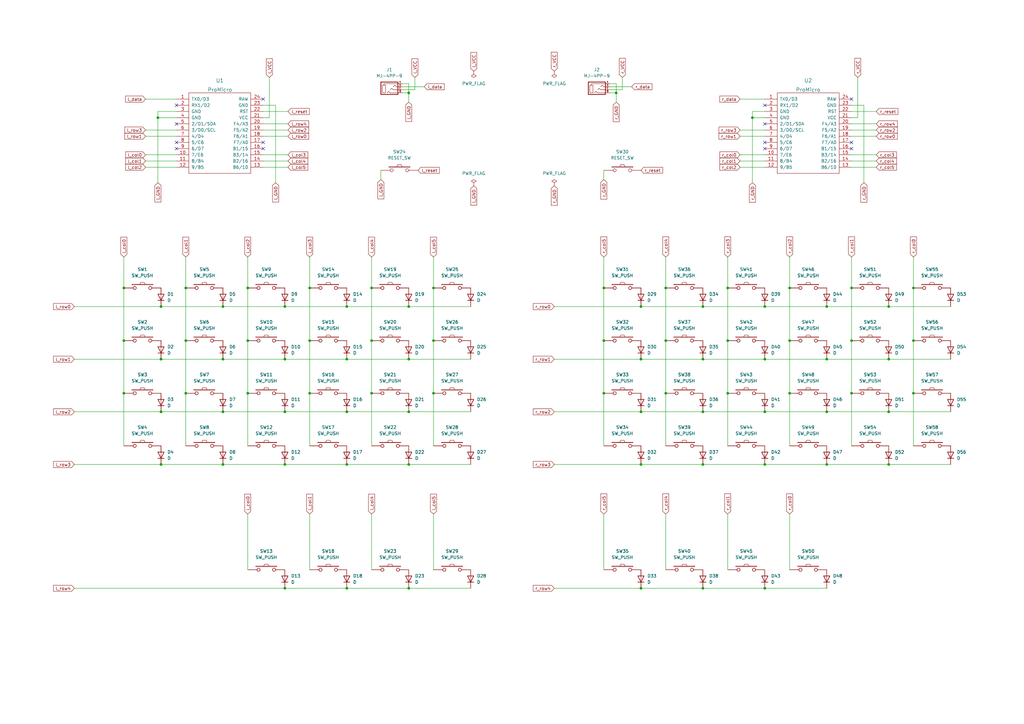
<source format=kicad_sch>
(kicad_sch (version 20230121) (generator eeschema)
  (paper "A3")
  (lib_symbols
    (symbol "Device:D" (pin_numbers hide) (pin_names (offset 1.016) hide)
      (property "Reference" "D" (at 0 2.54 0))
      (property "Value" "D" (at 0 -2.54 0))
      (symbol "D_0_1"
        (polyline (pts (xy -1.27 1.27) (xy -1.27 -1.27)) (stroke (width 0.254)))
        (polyline (pts (xy 1.27 0) (xy -1.27 0)))
        (polyline (pts (xy 1.27 1.27) (xy 1.27 -1.27) (xy -1.27 0) (xy 1.27 1.27)) (stroke (width 0.254)))
      )
      (symbol "D_1_1"
        (pin passive line (at -3.81 0 0) (length 2.54) (name "K") (number "1"))
        (pin passive line (at 3.81 0 180) (length 2.54) (name "A") (number "2"))
      )
    )
    (symbol "kbd:MJ-4PP-9" (pin_names (offset 1.016))
      (property "Reference" "J" (at 0 3.81 0))
      (property "Value" "MJ-4PP-9" (at 0 -3.81 0))
      (symbol "MJ-4PP-9_0_1"
        (rectangle (start -1.905 -1.905) (end -3.175 1.27))
        (polyline (pts (xy -2.54 1.27) (xy -2.54 1.905) (xy 3.175 1.905)))
        (polyline (pts (xy -1.27 -1.905) (xy -0.635 -1.27) (xy 0 -1.905) (xy 3.175 -1.905)))
        (polyline (pts (xy 0 -0.635) (xy 0.635 0) (xy 1.27 -0.635) (xy 3.175 -0.635)))
        (polyline (pts (xy 1.27 0.635) (xy 1.905 1.27) (xy 2.54 0.635) (xy 3.175 0.635)))
        (rectangle (start 3.175 2.54) (end -3.81 -2.54) (stroke (width 0.3048)))
      )
      (symbol "MJ-4PP-9_1_1"
        (pin input line (at 5.08 1.905 180) (length 2.0066) (name "~") (number "A"))
        (pin input line (at 5.08 -1.905 180) (length 2.0066) (name "~") (number "B"))
        (pin input line (at 5.08 -0.635 180) (length 2.0066) (name "~") (number "C"))
        (pin input line (at 5.08 0.635 180) (length 2.0066) (name "~") (number "D"))
      )
    )
    (symbol "kbd:ProMicro" (pin_names (offset 1.016))
      (property "Reference" "U" (at 0 19.05 0))
      (property "Value" "ProMicro" (at 0 -19.05 0))
      (symbol "ProMicro_0_1"
        (rectangle (start -12.7 16.51) (end 12.7 -16.51))
      )
      (symbol "ProMicro_1_1"
        (pin bidirectional line (at -17.78 13.97 0) (length 5.08) (name "TX0/D3") (number "1"))
        (pin bidirectional line (at -17.78 -8.89 0) (length 5.08) (name "7/E6") (number "10"))
        (pin bidirectional line (at -17.78 -11.43 0) (length 5.08) (name "8/B4") (number "11"))
        (pin bidirectional line (at -17.78 -13.97 0) (length 5.08) (name "9/B5") (number "12"))
        (pin bidirectional line (at 17.78 -13.97 180) (length 5.08) (name "B6/10") (number "13"))
        (pin bidirectional line (at 17.78 -11.43 180) (length 5.08) (name "B2/16") (number "14"))
        (pin bidirectional line (at 17.78 -8.89 180) (length 5.08) (name "B3/14") (number "15"))
        (pin bidirectional line (at 17.78 -6.35 180) (length 5.08) (name "B1/15") (number "16"))
        (pin bidirectional line (at 17.78 -3.81 180) (length 5.08) (name "F7/A0") (number "17"))
        (pin bidirectional line (at 17.78 -1.27 180) (length 5.08) (name "F6/A1") (number "18"))
        (pin bidirectional line (at 17.78 1.27 180) (length 5.08) (name "F5/A2") (number "19"))
        (pin bidirectional line (at -17.78 11.43 0) (length 5.08) (name "RX1/D2") (number "2"))
        (pin bidirectional line (at 17.78 3.81 180) (length 5.08) (name "F4/A3") (number "20"))
        (pin power_in line (at 17.78 6.35 180) (length 5.08) (name "VCC") (number "21"))
        (pin input line (at 17.78 8.89 180) (length 5.08) (name "RST") (number "22"))
        (pin power_in line (at 17.78 11.43 180) (length 5.08) (name "GND") (number "23"))
        (pin power_out line (at 17.78 13.97 180) (length 5.08) (name "RAW") (number "24"))
        (pin power_in line (at -17.78 8.89 0) (length 5.08) (name "GND") (number "3"))
        (pin power_in line (at -17.78 6.35 0) (length 5.08) (name "GND") (number "4"))
        (pin bidirectional line (at -17.78 3.81 0) (length 5.08) (name "2/D1/SDA") (number "5"))
        (pin bidirectional line (at -17.78 1.27 0) (length 5.08) (name "3/D0/SCL") (number "6"))
        (pin bidirectional line (at -17.78 -1.27 0) (length 5.08) (name "4/D4") (number "7"))
        (pin bidirectional line (at -17.78 -3.81 0) (length 5.08) (name "5/C6") (number "8"))
        (pin bidirectional line (at -17.78 -6.35 0) (length 5.08) (name "6/D7") (number "9"))
      )
    )
    (symbol "kbd:SW_PUSH" (pin_numbers hide) (pin_names (offset 1.016) hide)
      (property "Reference" "SW" (at 3.81 2.794 0))
      (property "Value" "SW_PUSH" (at 0 -2.032 0))
      (symbol "SW_PUSH_0_1"
        (rectangle (start -4.318 1.27) (end 4.318 1.524))
        (polyline (pts (xy -1.016 1.524) (xy -0.762 2.286) (xy 0.762 2.286) (xy 1.016 1.524)))
        (pin passive inverted (at -7.62 0 0) (length 5.08) (name "1") (number "1"))
        (pin passive inverted (at 7.62 0 180) (length 5.08) (name "2") (number "2"))
      )
    )
    (symbol "power:PWR_FLAG" (power) (pin_numbers hide) (pin_names (offset 0) hide)
      (property "Value" "PWR_FLAG" (at 0 3.81 0))
      (symbol "PWR_FLAG_0_0"
        (pin power_out line (at 0 0 90) (length 0) (name "pwr") (number "1"))
      )
      (symbol "PWR_FLAG_0_1"
        (polyline (pts (xy 0 0) (xy 0 1.27) (xy -1.016 1.905) (xy 0 2.54) (xy 1.016 1.905) (xy 0 1.27)))
      )
    )
  )
  (junction (at 349.25 118.11))
  (junction (at 177.8 139.7))
  (junction (at 152.4 139.7))
  (junction (at 288.29 147.32))
  (junction (at 116.84 147.32))
  (junction (at 101.6 161.29))
  (junction (at 177.8 161.29))
  (junction (at 364.49 190.5))
  (junction (at 152.4 161.29))
  (junction (at 66.04 190.5))
  (junction (at 127 118.11))
  (junction (at 101.6 118.11))
  (junction (at 50.8 139.7))
  (junction (at 313.69 241.3))
  (junction (at 127 161.29))
  (junction (at 76.2 118.11))
  (junction (at 247.65 118.11))
  (junction (at 142.24 241.3))
  (junction (at 247.65 161.29))
  (junction (at 76.2 139.7))
  (junction (at 262.89 241.3))
  (junction (at 374.65 118.11))
  (junction (at 298.45 161.29))
  (junction (at 91.44 168.91))
  (junction (at 374.65 139.7))
  (junction (at 364.49 125.73))
  (junction (at 364.49 147.32))
  (junction (at 142.24 147.32))
  (junction (at 91.44 190.5))
  (junction (at 177.8 118.11))
  (junction (at 339.09 147.32))
  (junction (at 349.25 161.29))
  (junction (at 298.45 118.11))
  (junction (at 116.84 241.3))
  (junction (at 167.64 125.73))
  (junction (at 262.89 190.5))
  (junction (at 339.09 168.91))
  (junction (at 167.64 38.1))
  (junction (at 273.05 161.29))
  (junction (at 167.64 147.32))
  (junction (at 50.8 118.11))
  (junction (at 152.4 118.11))
  (junction (at 313.69 147.32))
  (junction (at 349.25 139.7))
  (junction (at 142.24 190.5))
  (junction (at 313.69 168.91))
  (junction (at 167.64 190.5))
  (junction (at 101.6 139.7))
  (junction (at 288.29 125.73))
  (junction (at 66.04 125.73))
  (junction (at 127 139.7))
  (junction (at 64.77 48.26))
  (junction (at 273.05 139.7))
  (junction (at 288.29 168.91))
  (junction (at 298.45 139.7))
  (junction (at 167.64 168.91))
  (junction (at 273.05 118.11))
  (junction (at 262.89 147.32))
  (junction (at 339.09 190.5))
  (junction (at 374.65 161.29))
  (junction (at 167.64 241.3))
  (junction (at 76.2 161.29))
  (junction (at 364.49 168.91))
  (junction (at 142.24 125.73))
  (junction (at 308.61 48.26))
  (junction (at 247.65 139.7))
  (junction (at 313.69 125.73))
  (junction (at 323.85 161.29))
  (junction (at 116.84 168.91))
  (junction (at 91.44 125.73))
  (junction (at 66.04 147.32))
  (junction (at 252.73 38.1))
  (junction (at 313.69 190.5))
  (junction (at 50.8 161.29))
  (junction (at 339.09 125.73))
  (junction (at 323.85 139.7))
  (junction (at 262.89 125.73))
  (junction (at 66.04 168.91))
  (junction (at 262.89 168.91))
  (junction (at 323.85 118.11))
  (junction (at 116.84 190.5))
  (junction (at 288.29 241.3))
  (junction (at 91.44 147.32))
  (junction (at 116.84 125.73))
  (junction (at 288.29 190.5))
  (junction (at 142.24 168.91))
  (no_connect (at 107.95 58.42))
  (no_connect (at 72.39 60.96))
  (no_connect (at 313.69 50.8))
  (no_connect (at 313.69 58.42))
  (no_connect (at 313.69 60.96))
  (no_connect (at 349.25 60.96))
  (no_connect (at 349.25 58.42))
  (no_connect (at 107.95 60.96))
  (no_connect (at 349.25 40.64))
  (no_connect (at 72.39 43.18))
  (no_connect (at 313.69 43.18))
  (no_connect (at 72.39 50.8))
  (no_connect (at 107.95 40.64))
  (no_connect (at 72.39 58.42))
  (wire (pts (xy 298.45 105.41) (xy 298.45 118.11)))
  (wire (pts (xy 91.44 125.73) (xy 116.84 125.73)))
  (wire (pts (xy 252.73 34.29) (xy 250.19 34.29)))
  (wire (pts (xy 308.61 74.93) (xy 308.61 48.26)))
  (wire (pts (xy 303.53 63.5) (xy 313.69 63.5)))
  (wire (pts (xy 298.45 118.11) (xy 298.45 139.7)))
  (wire (pts (xy 167.64 38.1) (xy 167.64 34.29)))
  (wire (pts (xy 374.65 161.29) (xy 374.65 182.88)))
  (wire (pts (xy 298.45 161.29) (xy 298.45 182.88)))
  (wire (pts (xy 167.64 41.91) (xy 167.64 38.1)))
  (wire (pts (xy 76.2 105.41) (xy 76.2 118.11)))
  (wire (pts (xy 91.44 168.91) (xy 116.84 168.91)))
  (wire (pts (xy 167.64 241.3) (xy 193.04 241.3)))
  (wire (pts (xy 50.8 118.11) (xy 50.8 139.7)))
  (wire (pts (xy 107.95 66.04) (xy 118.11 66.04)))
  (wire (pts (xy 374.65 118.11) (xy 374.65 139.7)))
  (wire (pts (xy 66.04 125.73) (xy 91.44 125.73)))
  (wire (pts (xy 323.85 161.29) (xy 323.85 182.88)))
  (wire (pts (xy 101.6 210.82) (xy 101.6 233.68)))
  (wire (pts (xy 91.44 147.32) (xy 116.84 147.32)))
  (wire (pts (xy 177.8 139.7) (xy 177.8 161.29)))
  (wire (pts (xy 152.4 210.82) (xy 152.4 233.68)))
  (wire (pts (xy 262.89 241.3) (xy 288.29 241.3)))
  (wire (pts (xy 349.25 105.41) (xy 349.25 118.11)))
  (wire (pts (xy 59.69 55.88) (xy 72.39 55.88)))
  (wire (pts (xy 30.48 125.73) (xy 66.04 125.73)))
  (wire (pts (xy 177.8 161.29) (xy 177.8 182.88)))
  (wire (pts (xy 262.89 147.32) (xy 288.29 147.32)))
  (wire (pts (xy 308.61 45.72) (xy 313.69 45.72)))
  (wire (pts (xy 107.95 55.88) (xy 118.11 55.88)))
  (wire (pts (xy 298.45 139.7) (xy 298.45 161.29)))
  (wire (pts (xy 50.8 161.29) (xy 50.8 182.88)))
  (wire (pts (xy 262.89 125.73) (xy 288.29 125.73)))
  (wire (pts (xy 288.29 241.3) (xy 313.69 241.3)))
  (wire (pts (xy 303.53 66.04) (xy 313.69 66.04)))
  (wire (pts (xy 30.48 147.32) (xy 66.04 147.32)))
  (wire (pts (xy 227.33 190.5) (xy 262.89 190.5)))
  (wire (pts (xy 298.45 210.82) (xy 298.45 233.68)))
  (wire (pts (xy 50.8 105.41) (xy 50.8 118.11)))
  (wire (pts (xy 250.19 35.56) (xy 259.08 35.56)))
  (wire (pts (xy 107.95 53.34) (xy 118.11 53.34)))
  (wire (pts (xy 66.04 147.32) (xy 91.44 147.32)))
  (wire (pts (xy 59.69 68.58) (xy 72.39 68.58)))
  (wire (pts (xy 91.44 190.5) (xy 116.84 190.5)))
  (wire (pts (xy 255.27 31.75) (xy 255.27 36.83)))
  (wire (pts (xy 152.4 118.11) (xy 152.4 139.7)))
  (wire (pts (xy 110.49 48.26) (xy 107.95 48.26)))
  (wire (pts (xy 156.21 69.85) (xy 156.21 73.66)))
  (wire (pts (xy 64.77 45.72) (xy 72.39 45.72)))
  (wire (pts (xy 152.4 161.29) (xy 152.4 182.88)))
  (wire (pts (xy 30.48 168.91) (xy 66.04 168.91)))
  (wire (pts (xy 66.04 190.5) (xy 91.44 190.5)))
  (wire (pts (xy 288.29 125.73) (xy 313.69 125.73)))
  (wire (pts (xy 349.25 53.34) (xy 359.41 53.34)))
  (wire (pts (xy 127 210.82) (xy 127 233.68)))
  (wire (pts (xy 30.48 190.5) (xy 66.04 190.5)))
  (wire (pts (xy 64.77 48.26) (xy 72.39 48.26)))
  (wire (pts (xy 116.84 168.91) (xy 142.24 168.91)))
  (wire (pts (xy 167.64 147.32) (xy 193.04 147.32)))
  (wire (pts (xy 227.33 125.73) (xy 262.89 125.73)))
  (wire (pts (xy 76.2 139.7) (xy 76.2 161.29)))
  (wire (pts (xy 152.4 139.7) (xy 152.4 161.29)))
  (wire (pts (xy 339.09 168.91) (xy 364.49 168.91)))
  (wire (pts (xy 273.05 105.41) (xy 273.05 118.11)))
  (wire (pts (xy 339.09 190.5) (xy 364.49 190.5)))
  (wire (pts (xy 177.8 118.11) (xy 177.8 139.7)))
  (wire (pts (xy 167.64 190.5) (xy 193.04 190.5)))
  (wire (pts (xy 313.69 190.5) (xy 339.09 190.5)))
  (wire (pts (xy 273.05 118.11) (xy 273.05 139.7)))
  (wire (pts (xy 167.64 34.29) (xy 165.1 34.29)))
  (wire (pts (xy 66.04 168.91) (xy 91.44 168.91)))
  (wire (pts (xy 247.65 105.41) (xy 247.65 118.11)))
  (wire (pts (xy 349.25 68.58) (xy 359.41 68.58)))
  (wire (pts (xy 116.84 147.32) (xy 142.24 147.32)))
  (wire (pts (xy 116.84 125.73) (xy 142.24 125.73)))
  (wire (pts (xy 50.8 139.7) (xy 50.8 161.29)))
  (wire (pts (xy 288.29 190.5) (xy 313.69 190.5)))
  (wire (pts (xy 167.64 38.1) (xy 165.1 38.1)))
  (wire (pts (xy 76.2 161.29) (xy 76.2 182.88)))
  (wire (pts (xy 127 118.11) (xy 127 139.7)))
  (wire (pts (xy 76.2 118.11) (xy 76.2 139.7)))
  (wire (pts (xy 59.69 53.34) (xy 72.39 53.34)))
  (wire (pts (xy 113.03 43.18) (xy 113.03 74.93)))
  (wire (pts (xy 59.69 63.5) (xy 72.39 63.5)))
  (wire (pts (xy 107.95 43.18) (xy 113.03 43.18)))
  (wire (pts (xy 364.49 125.73) (xy 389.89 125.73)))
  (wire (pts (xy 107.95 45.72) (xy 118.11 45.72)))
  (wire (pts (xy 142.24 168.91) (xy 167.64 168.91)))
  (wire (pts (xy 351.79 48.26) (xy 351.79 31.75)))
  (wire (pts (xy 273.05 210.82) (xy 273.05 233.68)))
  (wire (pts (xy 152.4 105.41) (xy 152.4 118.11)))
  (wire (pts (xy 339.09 147.32) (xy 364.49 147.32)))
  (wire (pts (xy 107.95 50.8) (xy 118.11 50.8)))
  (wire (pts (xy 59.69 40.64) (xy 72.39 40.64)))
  (wire (pts (xy 323.85 105.41) (xy 323.85 118.11)))
  (wire (pts (xy 167.64 168.91) (xy 193.04 168.91)))
  (wire (pts (xy 349.25 161.29) (xy 349.25 182.88)))
  (wire (pts (xy 30.48 241.3) (xy 116.84 241.3)))
  (wire (pts (xy 142.24 147.32) (xy 167.64 147.32)))
  (wire (pts (xy 313.69 241.3) (xy 339.09 241.3)))
  (wire (pts (xy 227.33 147.32) (xy 262.89 147.32)))
  (wire (pts (xy 252.73 38.1) (xy 252.73 34.29)))
  (wire (pts (xy 303.53 55.88) (xy 313.69 55.88)))
  (wire (pts (xy 101.6 161.29) (xy 101.6 182.88)))
  (wire (pts (xy 273.05 161.29) (xy 273.05 182.88)))
  (wire (pts (xy 288.29 168.91) (xy 313.69 168.91)))
  (wire (pts (xy 101.6 118.11) (xy 101.6 139.7)))
  (wire (pts (xy 339.09 125.73) (xy 364.49 125.73)))
  (wire (pts (xy 64.77 74.93) (xy 64.77 48.26)))
  (wire (pts (xy 247.65 210.82) (xy 247.65 233.68)))
  (wire (pts (xy 165.1 36.83) (xy 170.18 36.83)))
  (wire (pts (xy 349.25 45.72) (xy 359.41 45.72)))
  (wire (pts (xy 262.89 168.91) (xy 288.29 168.91)))
  (wire (pts (xy 101.6 105.41) (xy 101.6 118.11)))
  (wire (pts (xy 107.95 68.58) (xy 118.11 68.58)))
  (wire (pts (xy 349.25 63.5) (xy 359.41 63.5)))
  (wire (pts (xy 142.24 190.5) (xy 167.64 190.5)))
  (wire (pts (xy 116.84 241.3) (xy 142.24 241.3)))
  (wire (pts (xy 177.8 210.82) (xy 177.8 233.68)))
  (wire (pts (xy 177.8 105.41) (xy 177.8 118.11)))
  (wire (pts (xy 252.73 41.91) (xy 252.73 38.1)))
  (wire (pts (xy 364.49 168.91) (xy 389.89 168.91)))
  (wire (pts (xy 247.65 69.85) (xy 247.65 73.66)))
  (wire (pts (xy 252.73 38.1) (xy 250.19 38.1)))
  (wire (pts (xy 374.65 139.7) (xy 374.65 161.29)))
  (wire (pts (xy 349.25 66.04) (xy 359.41 66.04)))
  (wire (pts (xy 227.33 241.3) (xy 262.89 241.3)))
  (wire (pts (xy 127 105.41) (xy 127 118.11)))
  (wire (pts (xy 303.53 53.34) (xy 313.69 53.34)))
  (wire (pts (xy 107.95 63.5) (xy 118.11 63.5)))
  (wire (pts (xy 374.65 105.41) (xy 374.65 118.11)))
  (wire (pts (xy 127 139.7) (xy 127 161.29)))
  (wire (pts (xy 364.49 147.32) (xy 389.89 147.32)))
  (wire (pts (xy 354.33 43.18) (xy 354.33 74.93)))
  (wire (pts (xy 227.33 168.91) (xy 262.89 168.91)))
  (wire (pts (xy 349.25 50.8) (xy 359.41 50.8)))
  (wire (pts (xy 313.69 168.91) (xy 339.09 168.91)))
  (wire (pts (xy 308.61 48.26) (xy 308.61 45.72)))
  (wire (pts (xy 142.24 241.3) (xy 167.64 241.3)))
  (wire (pts (xy 313.69 125.73) (xy 339.09 125.73)))
  (wire (pts (xy 247.65 161.29) (xy 247.65 182.88)))
  (wire (pts (xy 142.24 125.73) (xy 167.64 125.73)))
  (wire (pts (xy 349.25 118.11) (xy 349.25 139.7)))
  (wire (pts (xy 101.6 139.7) (xy 101.6 161.29)))
  (wire (pts (xy 170.18 36.83) (xy 170.18 31.75)))
  (wire (pts (xy 110.49 31.75) (xy 110.49 48.26)))
  (wire (pts (xy 364.49 190.5) (xy 389.89 190.5)))
  (wire (pts (xy 313.69 147.32) (xy 339.09 147.32)))
  (wire (pts (xy 167.64 125.73) (xy 193.04 125.73)))
  (wire (pts (xy 323.85 210.82) (xy 323.85 233.68)))
  (wire (pts (xy 247.65 118.11) (xy 247.65 139.7)))
  (wire (pts (xy 64.77 48.26) (xy 64.77 45.72)))
  (wire (pts (xy 349.25 139.7) (xy 349.25 161.29)))
  (wire (pts (xy 262.89 190.5) (xy 288.29 190.5)))
  (wire (pts (xy 349.25 48.26) (xy 351.79 48.26)))
  (wire (pts (xy 308.61 48.26) (xy 313.69 48.26)))
  (wire (pts (xy 273.05 139.7) (xy 273.05 161.29)))
  (wire (pts (xy 247.65 139.7) (xy 247.65 161.29)))
  (wire (pts (xy 303.53 40.64) (xy 313.69 40.64)))
  (wire (pts (xy 349.25 43.18) (xy 354.33 43.18)))
  (wire (pts (xy 349.25 55.88) (xy 359.41 55.88)))
  (wire (pts (xy 288.29 147.32) (xy 313.69 147.32)))
  (wire (pts (xy 116.84 190.5) (xy 142.24 190.5)))
  (wire (pts (xy 59.69 66.04) (xy 72.39 66.04)))
  (wire (pts (xy 303.53 68.58) (xy 313.69 68.58)))
  (wire (pts (xy 250.19 36.83) (xy 255.27 36.83)))
  (wire (pts (xy 323.85 118.11) (xy 323.85 139.7)))
  (wire (pts (xy 323.85 139.7) (xy 323.85 161.29)))
  (wire (pts (xy 165.1 35.56) (xy 173.99 35.56)))
  (wire (pts (xy 127 161.29) (xy 127 182.88)))
  (global_label "r_row2" (shape input) (at 359.41 53.34 0) (property "Intersheetrefs" "${INTERSHEET_REFS}" (effects hide)))
  (global_label "l_GND" (shape input) (at 113.03 74.93 270) (property "Intersheetrefs" "${INTERSHEET_REFS}" (effects hide)))
  (global_label "r_col0" (shape input) (at 303.53 63.5 180) (property "Intersheetrefs" "${INTERSHEET_REFS}" (effects hide)))
  (global_label "l_col4" (shape input) (at 118.11 66.04 0) (property "Intersheetrefs" "${INTERSHEET_REFS}" (effects hide)))
  (global_label "l_col1" (shape input) (at 127 210.82 90) (property "Intersheetrefs" "${INTERSHEET_REFS}" (effects hide)) (property "シート間のリファレンス" "${INTERSHEET_REFS}" (effects hide)))
  (global_label "l_VCC" (shape input) (at 194.31 29.21 90) (property "Intersheetrefs" "${INTERSHEET_REFS}" (effects hide)))
  (global_label "l_row2" (shape input) (at 30.48 168.91 180) (property "Intersheetrefs" "${INTERSHEET_REFS}" (effects hide)))
  (global_label "r_VCC" (shape input) (at 227.33 29.21 90) (property "Intersheetrefs" "${INTERSHEET_REFS}" (effects hide)))
  (global_label "r_col5" (shape input) (at 359.41 68.58 0) (property "Intersheetrefs" "${INTERSHEET_REFS}" (effects hide)))
  (global_label "r_col5" (shape input) (at 247.65 105.41 90) (property "Intersheetrefs" "${INTERSHEET_REFS}" (effects hide)))
  (global_label "r_row0" (shape input) (at 359.41 55.88 0) (property "Intersheetrefs" "${INTERSHEET_REFS}" (effects hide)))
  (global_label "l_col5" (shape input) (at 118.11 68.58 0) (property "Intersheetrefs" "${INTERSHEET_REFS}" (effects hide)))
  (global_label "l_VCC" (shape input) (at 110.49 31.75 90) (property "Intersheetrefs" "${INTERSHEET_REFS}" (effects hide)))
  (global_label "l_col4" (shape input) (at 152.4 105.41 90) (property "Intersheetrefs" "${INTERSHEET_REFS}" (effects hide)))
  (global_label "l_col5" (shape input) (at 177.8 105.41 90) (property "Intersheetrefs" "${INTERSHEET_REFS}" (effects hide)))
  (global_label "l_GND" (shape input) (at 194.31 76.2 270) (property "Intersheetrefs" "${INTERSHEET_REFS}" (effects hide)))
  (global_label "r_col4" (shape input) (at 273.05 210.82 90) (property "Intersheetrefs" "${INTERSHEET_REFS}" (effects hide)) (property "シート間のリファレンス" "${INTERSHEET_REFS}" (effects hide)))
  (global_label "r_GND" (shape input) (at 227.33 76.2 270) (property "Intersheetrefs" "${INTERSHEET_REFS}" (effects hide)))
  (global_label "l_col5" (shape input) (at 177.8 210.82 90) (property "Intersheetrefs" "${INTERSHEET_REFS}" (effects hide)) (property "シート間のリファレンス" "${INTERSHEET_REFS}" (effects hide)))
  (global_label "l_row1" (shape input) (at 30.48 147.32 180) (property "Intersheetrefs" "${INTERSHEET_REFS}" (effects hide)))
  (global_label "r_reset" (shape input) (at 359.41 45.72 0) (property "Intersheetrefs" "${INTERSHEET_REFS}" (effects hide)))
  (global_label "l_row1" (shape input) (at 59.69 55.88 180) (property "Intersheetrefs" "${INTERSHEET_REFS}" (effects hide)))
  (global_label "l_row4" (shape input) (at 30.48 241.3 180) (property "Intersheetrefs" "${INTERSHEET_REFS}" (effects hide)))
  (global_label "l_col1" (shape input) (at 76.2 105.41 90) (property "Intersheetrefs" "${INTERSHEET_REFS}" (effects hide)))
  (global_label "l_col0" (shape input) (at 101.6 210.82 90) (property "Intersheetrefs" "${INTERSHEET_REFS}" (effects hide)) (property "シート間のリファレンス" "${INTERSHEET_REFS}" (effects hide)))
  (global_label "r_GND" (shape input) (at 252.73 41.91 270) (property "Intersheetrefs" "${INTERSHEET_REFS}" (effects hide)))
  (global_label "l_col0" (shape input) (at 50.8 105.41 90) (property "Intersheetrefs" "${INTERSHEET_REFS}" (effects hide)))
  (global_label "r_col0" (shape input) (at 323.85 210.82 90) (property "Intersheetrefs" "${INTERSHEET_REFS}" (effects hide)) (property "シート間のリファレンス" "${INTERSHEET_REFS}" (effects hide)))
  (global_label "r_data" (shape input) (at 259.08 35.56 0) (property "Intersheetrefs" "${INTERSHEET_REFS}" (effects hide)))
  (global_label "l_row3" (shape input) (at 59.69 53.34 180) (property "Intersheetrefs" "${INTERSHEET_REFS}" (effects hide)))
  (global_label "r_reset" (shape input) (at 262.89 69.85 0) (property "Intersheetrefs" "${INTERSHEET_REFS}" (effects hide)))
  (global_label "l_row0" (shape input) (at 118.11 55.88 0) (property "Intersheetrefs" "${INTERSHEET_REFS}" (effects hide)))
  (global_label "l_col3" (shape input) (at 118.11 63.5 0) (property "Intersheetrefs" "${INTERSHEET_REFS}" (effects hide)))
  (global_label "r_row4" (shape input) (at 227.33 241.3 180) (property "Intersheetrefs" "${INTERSHEET_REFS}" (effects hide)))
  (global_label "r_row1" (shape input) (at 303.53 55.88 180) (property "Intersheetrefs" "${INTERSHEET_REFS}" (effects hide)))
  (global_label "l_col2" (shape input) (at 59.69 68.58 180) (property "Intersheetrefs" "${INTERSHEET_REFS}" (effects hide)))
  (global_label "l_col0" (shape input) (at 59.69 63.5 180) (property "Intersheetrefs" "${INTERSHEET_REFS}" (effects hide)))
  (global_label "l_col4" (shape input) (at 152.4 210.82 90) (property "Intersheetrefs" "${INTERSHEET_REFS}" (effects hide)) (property "シート間のリファレンス" "${INTERSHEET_REFS}" (effects hide)))
  (global_label "l_GND" (shape input) (at 156.21 73.66 270) (property "Intersheetrefs" "${INTERSHEET_REFS}" (effects hide)))
  (global_label "r_GND" (shape input) (at 354.33 74.93 270) (property "Intersheetrefs" "${INTERSHEET_REFS}" (effects hide)))
  (global_label "r_col1" (shape input) (at 349.25 105.41 90) (property "Intersheetrefs" "${INTERSHEET_REFS}" (effects hide)))
  (global_label "l_data" (shape input) (at 59.69 40.64 180) (property "Intersheetrefs" "${INTERSHEET_REFS}" (effects hide)))
  (global_label "r_GND" (shape input) (at 247.65 73.66 270) (property "Intersheetrefs" "${INTERSHEET_REFS}" (effects hide)))
  (global_label "l_row4" (shape input) (at 118.11 50.8 0) (property "Intersheetrefs" "${INTERSHEET_REFS}" (effects hide)))
  (global_label "r_VCC" (shape input) (at 255.27 31.75 90) (property "Intersheetrefs" "${INTERSHEET_REFS}" (effects hide)))
  (global_label "l_data" (shape input) (at 173.99 35.56 0) (property "Intersheetrefs" "${INTERSHEET_REFS}" (effects hide)))
  (global_label "l_GND" (shape input) (at 64.77 74.93 270) (property "Intersheetrefs" "${INTERSHEET_REFS}" (effects hide)))
  (global_label "r_row3" (shape input) (at 227.33 190.5 180) (property "Intersheetrefs" "${INTERSHEET_REFS}" (effects hide)))
  (global_label "l_col1" (shape input) (at 59.69 66.04 180) (property "Intersheetrefs" "${INTERSHEET_REFS}" (effects hide)))
  (global_label "l_reset" (shape input) (at 118.11 45.72 0) (property "Intersheetrefs" "${INTERSHEET_REFS}" (effects hide)))
  (global_label "l_col2" (shape input) (at 101.6 105.41 90) (property "Intersheetrefs" "${INTERSHEET_REFS}" (effects hide)))
  (global_label "r_GND" (shape input) (at 308.61 74.93 270) (property "Intersheetrefs" "${INTERSHEET_REFS}" (effects hide)))
  (global_label "l_col3" (shape input) (at 127 105.41 90) (property "Intersheetrefs" "${INTERSHEET_REFS}" (effects hide)))
  (global_label "l_row2" (shape input) (at 118.11 53.34 0) (property "Intersheetrefs" "${INTERSHEET_REFS}" (effects hide)))
  (global_label "r_data" (shape input) (at 303.53 40.64 180) (property "Intersheetrefs" "${INTERSHEET_REFS}" (effects hide)))
  (global_label "r_col1" (shape input) (at 298.45 210.82 90) (property "Intersheetrefs" "${INTERSHEET_REFS}" (effects hide)) (property "シート間のリファレンス" "${INTERSHEET_REFS}" (effects hide)))
  (global_label "r_col4" (shape input) (at 273.05 105.41 90) (property "Intersheetrefs" "${INTERSHEET_REFS}" (effects hide)))
  (global_label "r_row1" (shape input) (at 227.33 147.32 180) (property "Intersheetrefs" "${INTERSHEET_REFS}" (effects hide)))
  (global_label "r_col1" (shape input) (at 303.53 66.04 180) (property "Intersheetrefs" "${INTERSHEET_REFS}" (effects hide)))
  (global_label "r_col5" (shape input) (at 247.65 210.82 90) (property "Intersheetrefs" "${INTERSHEET_REFS}" (effects hide)) (property "シート間のリファレンス" "${INTERSHEET_REFS}" (effects hide)))
  (global_label "r_col3" (shape input) (at 359.41 63.5 0) (property "Intersheetrefs" "${INTERSHEET_REFS}" (effects hide)))
  (global_label "l_row0" (shape input) (at 30.48 125.73 180) (property "Intersheetrefs" "${INTERSHEET_REFS}" (effects hide)))
  (global_label "l_reset" (shape input) (at 171.45 69.85 0) (property "Intersheetrefs" "${INTERSHEET_REFS}" (effects hide)))
  (global_label "r_row0" (shape input) (at 227.33 125.73 180) (property "Intersheetrefs" "${INTERSHEET_REFS}" (effects hide)))
  (global_label "r_col2" (shape input) (at 323.85 105.41 90) (property "Intersheetrefs" "${INTERSHEET_REFS}" (effects hide)))
  (global_label "r_col3" (shape input) (at 298.45 105.41 90) (property "Intersheetrefs" "${INTERSHEET_REFS}" (effects hide)))
  (global_label "r_VCC" (shape input) (at 351.79 31.75 90) (property "Intersheetrefs" "${INTERSHEET_REFS}" (effects hide)))
  (global_label "l_GND" (shape input) (at 167.64 41.91 270) (property "Intersheetrefs" "${INTERSHEET_REFS}" (effects hide)))
  (global_label "r_row3" (shape input) (at 303.53 53.34 180) (property "Intersheetrefs" "${INTERSHEET_REFS}" (effects hide)))
  (global_label "r_row2" (shape input) (at 227.33 168.91 180) (property "Intersheetrefs" "${INTERSHEET_REFS}" (effects hide)))
  (global_label "r_col2" (shape input) (at 303.53 68.58 180) (property "Intersheetrefs" "${INTERSHEET_REFS}" (effects hide)))
  (global_label "l_VCC" (shape input) (at 170.18 31.75 90) (property "Intersheetrefs" "${INTERSHEET_REFS}" (effects hide)))
  (global_label "l_row3" (shape input) (at 30.48 190.5 180) (property "Intersheetrefs" "${INTERSHEET_REFS}" (effects hide)))
  (global_label "r_row4" (shape input) (at 359.41 50.8 0) (property "Intersheetrefs" "${INTERSHEET_REFS}" (effects hide)))
  (global_label "r_col0" (shape input) (at 374.65 105.41 90) (property "Intersheetrefs" "${INTERSHEET_REFS}" (effects hide)))
  (global_label "r_col4" (shape input) (at 359.41 66.04 0) (property "Intersheetrefs" "${INTERSHEET_REFS}" (effects hide)))
  (symbol (lib_id "kbd:SW_PUSH") (at 109.22 182.88 0) (unit 1)
    (property "Reference" "SW12" (at 109.22 175.26 0))
    (property "Value" "SW_PUSH" (at 109.22 177.8 0))
    (property "Footprint" "not_enough_compromises:choc_v1" (effects hide))
  )
  (symbol (lib_id "kbd:SW_PUSH") (at 280.67 161.29 0) (unit 1)
    (property "Reference" "SW38" (at 280.67 153.67 0))
    (property "Value" "SW_PUSH" (at 280.67 156.21 0))
    (property "Footprint" "not_enough_compromises:choc_v1" (effects hide))
  )
  (symbol (lib_id "Device:D") (at 313.69 165.1 90) (unit 1)
    (property "Reference" "D41" (at 316.23 163.8299 90) (effects (justify right)))
    (property "Value" "D" (at 316.23 166.3699 90) (effects (justify right)))
    (property "Footprint" "kbd:D3_SMD_v2" (effects hide))
  )
  (symbol (lib_id "Device:D") (at 339.09 186.69 90) (unit 1)
    (property "Reference" "D47" (at 341.63 185.4199 90) (effects (justify right)))
    (property "Value" "D" (at 341.63 187.9599 90) (effects (justify right)))
    (property "Footprint" "kbd:D3_SMD_v2" (effects hide))
  )
  (symbol (lib_id "kbd:SW_PUSH") (at 185.42 182.88 0) (unit 1)
    (property "Reference" "SW28" (at 185.42 175.26 0))
    (property "Value" "SW_PUSH" (at 185.42 177.8 0))
    (property "Footprint" "not_enough_compromises:choc_v1" (effects hide))
  )
  (symbol (lib_id "kbd:MJ-4PP-9") (at 245.11 36.195 0) (unit 1)
    (property "Reference" "J2" (at 244.7925 28.575 0))
    (property "Value" "MJ-4PP-9" (at 244.7925 31.115 0))
    (property "Footprint" "kbd:MJ-4PP-9_1side" (effects hide))
  )
  (symbol (lib_id "Device:D") (at 167.64 237.49 90) (unit 1)
    (property "Reference" "D23" (at 170.18 236.2199 90) (effects (justify right)))
    (property "Value" "D" (at 170.18 238.7599 90) (effects (justify right)))
    (property "Footprint" "kbd:D3_SMD_v2" (effects hide))
  )
  (symbol (lib_id "Device:D") (at 193.04 186.69 90) (unit 1)
    (property "Reference" "D27" (at 195.58 185.4199 90) (effects (justify right)))
    (property "Value" "D" (at 195.58 187.9599 90) (effects (justify right)))
    (property "Footprint" "kbd:D3_SMD_v2" (effects hide))
  )
  (symbol (lib_id "Device:D") (at 167.64 186.69 90) (unit 1)
    (property "Reference" "D22" (at 170.18 185.4199 90) (effects (justify right)))
    (property "Value" "D" (at 170.18 187.9599 90) (effects (justify right)))
    (property "Footprint" "kbd:D3_SMD_v2" (effects hide))
  )
  (symbol (lib_id "kbd:SW_PUSH") (at 160.02 118.11 0) (unit 1)
    (property "Reference" "SW19" (at 160.02 110.49 0))
    (property "Value" "SW_PUSH" (at 160.02 113.03 0))
    (property "Footprint" "not_enough_compromises:choc_v1" (effects hide))
  )
  (symbol (lib_id "Device:D") (at 313.69 121.92 90) (unit 1)
    (property "Reference" "D39" (at 316.23 120.6499 90) (effects (justify right)))
    (property "Value" "D" (at 316.23 123.1899 90) (effects (justify right)))
    (property "Footprint" "kbd:D3_SMD_v2" (effects hide))
  )
  (symbol (lib_id "Device:D") (at 389.89 143.51 90) (unit 1)
    (property "Reference" "D54" (at 392.43 142.2399 90) (effects (justify right)))
    (property "Value" "D" (at 392.43 144.7799 90) (effects (justify right)))
    (property "Footprint" "kbd:D3_SMD_v2" (effects hide))
  )
  (symbol (lib_id "Device:D") (at 389.89 186.69 90) (unit 1)
    (property "Reference" "D56" (at 392.43 185.4199 90) (effects (justify right)))
    (property "Value" "D" (at 392.43 187.9599 90) (effects (justify right)))
    (property "Footprint" "kbd:D3_SMD_v2" (effects hide))
  )
  (symbol (lib_id "kbd:SW_PUSH") (at 185.42 161.29 0) (unit 1)
    (property "Reference" "SW27" (at 185.42 153.67 0))
    (property "Value" "SW_PUSH" (at 185.42 156.21 0))
    (property "Footprint" "not_enough_compromises:choc_v1" (effects hide))
  )
  (symbol (lib_id "power:PWR_FLAG") (at 227.33 29.21 180) (unit 1)
    (property "Reference" "#FLG03" (effects hide))
    (property "Value" "PWR_FLAG" (at 227.33 34.29 0))
  )
  (symbol (lib_id "power:PWR_FLAG") (at 227.33 76.2 0) (unit 1)
    (property "Reference" "#FLG04" (effects hide))
    (property "Value" "PWR_FLAG" (at 227.33 71.12 0))
  )
  (symbol (lib_id "power:PWR_FLAG") (at 194.31 29.21 180) (unit 1)
    (property "Reference" "#FLG01" (effects hide))
    (property "Value" "PWR_FLAG" (at 194.31 34.29 0))
  )
  (symbol (lib_id "Device:D") (at 262.89 143.51 90) (unit 1)
    (property "Reference" "D30" (at 265.43 142.2399 90) (effects (justify right)))
    (property "Value" "D" (at 265.43 144.7799 90) (effects (justify right)))
    (property "Footprint" "kbd:D3_SMD_v2" (effects hide))
  )
  (symbol (lib_id "Device:D") (at 313.69 143.51 90) (unit 1)
    (property "Reference" "D40" (at 316.23 142.2399 90) (effects (justify right)))
    (property "Value" "D" (at 316.23 144.7799 90) (effects (justify right)))
    (property "Footprint" "kbd:D3_SMD_v2" (effects hide))
  )
  (symbol (lib_id "Device:D") (at 339.09 143.51 90) (unit 1)
    (property "Reference" "D45" (at 341.63 142.2399 90) (effects (justify right)))
    (property "Value" "D" (at 341.63 144.7799 90) (effects (justify right)))
    (property "Footprint" "kbd:D3_SMD_v2" (effects hide))
  )
  (symbol (lib_id "kbd:SW_PUSH") (at 382.27 182.88 0) (unit 1)
    (property "Reference" "SW58" (at 382.27 175.26 0))
    (property "Value" "SW_PUSH" (at 382.27 177.8 0))
    (property "Footprint" "not_enough_compromises:choc_v1" (effects hide))
  )
  (symbol (lib_id "kbd:SW_PUSH") (at 306.07 182.88 0) (unit 1)
    (property "Reference" "SW44" (at 306.07 175.26 0))
    (property "Value" "SW_PUSH" (at 306.07 177.8 0))
    (property "Footprint" "not_enough_compromises:choc_v1" (effects hide))
  )
  (symbol (lib_id "Device:D") (at 288.29 237.49 90) (unit 1)
    (property "Reference" "D38" (at 290.83 236.2199 90) (effects (justify right)))
    (property "Value" "D" (at 290.83 238.7599 90) (effects (justify right)))
    (property "Footprint" "kbd:D3_SMD_v2" (effects hide))
  )
  (symbol (lib_id "Device:D") (at 116.84 165.1 90) (unit 1)
    (property "Reference" "D11" (at 119.38 163.8299 90) (effects (justify right)))
    (property "Value" "D" (at 119.38 166.3699 90) (effects (justify right)))
    (property "Footprint" "kbd:D3_SMD_v2" (effects hide))
  )
  (symbol (lib_id "Device:D") (at 339.09 165.1 90) (unit 1)
    (property "Reference" "D46" (at 341.63 163.8299 90) (effects (justify right)))
    (property "Value" "D" (at 341.63 166.3699 90) (effects (justify right)))
    (property "Footprint" "kbd:D3_SMD_v2" (effects hide))
  )
  (symbol (lib_id "Device:D") (at 262.89 121.92 90) (unit 1)
    (property "Reference" "D29" (at 265.43 120.6499 90) (effects (justify right)))
    (property "Value" "D" (at 265.43 123.1899 90) (effects (justify right)))
    (property "Footprint" "kbd:D3_SMD_v2" (effects hide))
  )
  (symbol (lib_id "Device:D") (at 288.29 121.92 90) (unit 1)
    (property "Reference" "D34" (at 290.83 120.6499 90) (effects (justify right)))
    (property "Value" "D" (at 290.83 123.1899 90) (effects (justify right)))
    (property "Footprint" "kbd:D3_SMD_v2" (effects hide))
  )
  (symbol (lib_id "Device:D") (at 91.44 143.51 90) (unit 1)
    (property "Reference" "D6" (at 93.98 142.2399 90) (effects (justify right)))
    (property "Value" "D" (at 93.98 144.7799 90) (effects (justify right)))
    (property "Footprint" "kbd:D3_SMD_v2" (effects hide))
  )
  (symbol (lib_id "kbd:SW_PUSH") (at 58.42 182.88 0) (unit 1)
    (property "Reference" "SW4" (at 58.42 175.26 0))
    (property "Value" "SW_PUSH" (at 58.42 177.8 0))
    (property "Footprint" "not_enough_compromises:choc_v1" (effects hide))
  )
  (symbol (lib_id "kbd:SW_PUSH") (at 109.22 139.7 0) (unit 1)
    (property "Reference" "SW10" (at 109.22 132.08 0))
    (property "Value" "SW_PUSH" (at 109.22 134.62 0))
    (property "Footprint" "not_enough_compromises:choc_v1" (effects hide))
  )
  (symbol (lib_id "kbd:SW_PUSH") (at 134.62 161.29 0) (unit 1)
    (property "Reference" "SW16" (at 134.62 153.67 0))
    (property "Value" "SW_PUSH" (at 134.62 156.21 0))
    (property "Footprint" "not_enough_compromises:choc_v1" (effects hide))
  )
  (symbol (lib_id "kbd:SW_PUSH") (at 255.27 118.11 0) (unit 1)
    (property "Reference" "SW31" (at 255.27 110.49 0))
    (property "Value" "SW_PUSH" (at 255.27 113.03 0))
    (property "Footprint" "not_enough_compromises:choc_v1" (effects hide))
  )
  (symbol (lib_id "kbd:SW_PUSH") (at 58.42 118.11 0) (unit 1)
    (property "Reference" "SW1" (at 58.42 110.49 0))
    (property "Value" "SW_PUSH" (at 58.42 113.03 0))
    (property "Footprint" "not_enough_compromises:choc_v1" (effects hide))
  )
  (symbol (lib_id "kbd:SW_PUSH") (at 185.42 118.11 0) (unit 1)
    (property "Reference" "SW25" (at 185.42 110.49 0))
    (property "Value" "SW_PUSH" (at 185.42 113.03 0))
    (property "Footprint" "not_enough_compromises:choc_v1" (effects hide))
  )
  (symbol (lib_id "kbd:SW_PUSH") (at 83.82 118.11 0) (unit 1)
    (property "Reference" "SW5" (at 83.82 110.49 0))
    (property "Value" "SW_PUSH" (at 83.82 113.03 0))
    (property "Footprint" "not_enough_compromises:choc_v1" (effects hide))
  )
  (symbol (lib_id "kbd:SW_PUSH") (at 185.42 139.7 0) (unit 1)
    (property "Reference" "SW26" (at 185.42 132.08 0))
    (property "Value" "SW_PUSH" (at 185.42 134.62 0))
    (property "Footprint" "not_enough_compromises:choc_v1" (effects hide))
  )
  (symbol (lib_id "kbd:SW_PUSH") (at 109.22 118.11 0) (unit 1)
    (property "Reference" "SW9" (at 109.22 110.49 0))
    (property "Value" "SW_PUSH" (at 109.22 113.03 0))
    (property "Footprint" "not_enough_compromises:choc_v1" (effects hide))
  )
  (symbol (lib_id "Device:D") (at 193.04 143.51 90) (unit 1)
    (property "Reference" "D25" (at 195.58 142.2399 90) (effects (justify right)))
    (property "Value" "D" (at 195.58 144.7799 90) (effects (justify right)))
    (property "Footprint" "kbd:D3_SMD_v2" (effects hide))
  )
  (symbol (lib_id "kbd:SW_PUSH") (at 356.87 139.7 0) (unit 1)
    (property "Reference" "SW52" (at 356.87 132.08 0))
    (property "Value" "SW_PUSH" (at 356.87 134.62 0))
    (property "Footprint" "not_enough_compromises:choc_v1" (effects hide))
  )
  (symbol (lib_id "kbd:SW_PUSH") (at 280.67 139.7 0) (unit 1)
    (property "Reference" "SW37" (at 280.67 132.08 0))
    (property "Value" "SW_PUSH" (at 280.67 134.62 0))
    (property "Footprint" "not_enough_compromises:choc_v1" (effects hide))
  )
  (symbol (lib_id "kbd:SW_PUSH") (at 306.07 139.7 0) (unit 1)
    (property "Reference" "SW42" (at 306.07 132.08 0))
    (property "Value" "SW_PUSH" (at 306.07 134.62 0))
    (property "Footprint" "not_enough_compromises:choc_v1" (effects hide))
  )
  (symbol (lib_id "kbd:SW_PUSH") (at 109.22 233.68 0) (unit 1)
    (property "Reference" "SW13" (at 109.22 226.06 0))
    (property "Value" "SW_PUSH" (at 109.22 228.6 0))
    (property "Footprint" "not_enough_compromises:choc_v1" (effects hide))
  )
  (symbol (lib_id "kbd:SW_PUSH") (at 306.07 118.11 0) (unit 1)
    (property "Reference" "SW41" (at 306.07 110.49 0))
    (property "Value" "SW_PUSH" (at 306.07 113.03 0))
    (property "Footprint" "not_enough_compromises:choc_v1" (effects hide))
  )
  (symbol (lib_id "kbd:ProMicro") (at 331.47 54.61 0) (unit 1)
    (property "Reference" "U2" (at 331.47 33.02 0) (effects (font (size 1.524 1.524))))
    (property "Value" "ProMicro" (at 331.47 36.83 0) (effects (font (size 1.524 1.524))))
    (property "Footprint" "kbd:ProMicro_v3.5" (effects hide))
  )
  (symbol (lib_id "kbd:SW_PUSH") (at 160.02 161.29 0) (unit 1)
    (property "Reference" "SW21" (at 160.02 153.67 0))
    (property "Value" "SW_PUSH" (at 160.02 156.21 0))
    (property "Footprint" "not_enough_compromises:choc_v1" (effects hide))
  )
  (symbol (lib_id "kbd:SW_PUSH") (at 134.62 139.7 0) (unit 1)
    (property "Reference" "SW15" (at 134.62 132.08 0))
    (property "Value" "SW_PUSH" (at 134.62 134.62 0))
    (property "Footprint" "not_enough_compromises:choc_v1" (effects hide))
  )
  (symbol (lib_id "kbd:SW_PUSH") (at 382.27 118.11 0) (unit 1)
    (property "Reference" "SW55" (at 382.27 110.49 0))
    (property "Value" "SW_PUSH" (at 382.27 113.03 0))
    (property "Footprint" "not_enough_compromises:choc_v1" (effects hide))
  )
  (symbol (lib_id "Device:D") (at 262.89 237.49 90) (unit 1)
    (property "Reference" "D33" (at 265.43 236.2199 90) (effects (justify right)))
    (property "Value" "D" (at 265.43 238.7599 90) (effects (justify right)))
    (property "Footprint" "kbd:D3_SMD_v2" (effects hide))
  )
  (symbol (lib_id "Device:D") (at 193.04 121.92 90) (unit 1)
    (property "Reference" "D24" (at 195.58 120.6499 90) (effects (justify right)))
    (property "Value" "D" (at 195.58 123.1899 90) (effects (justify right)))
    (property "Footprint" "kbd:D3_SMD_v2" (effects hide))
  )
  (symbol (lib_id "Device:D") (at 313.69 237.49 90) (unit 1)
    (property "Reference" "D43" (at 316.23 236.2199 90) (effects (justify right)))
    (property "Value" "D" (at 316.23 238.7599 90) (effects (justify right)))
    (property "Footprint" "kbd:D3_SMD_v2" (effects hide))
  )
  (symbol (lib_id "Device:D") (at 66.04 186.69 90) (unit 1)
    (property "Reference" "D4" (at 68.58 185.4199 90) (effects (justify right)))
    (property "Value" "D" (at 68.58 187.9599 90) (effects (justify right)))
    (property "Footprint" "kbd:D3_SMD_v2" (effects hide))
  )
  (symbol (lib_id "kbd:SW_PUSH") (at 255.27 182.88 0) (unit 1)
    (property "Reference" "SW34" (at 255.27 175.26 0))
    (property "Value" "SW_PUSH" (at 255.27 177.8 0))
    (property "Footprint" "not_enough_compromises:choc_v1" (effects hide))
  )
  (symbol (lib_id "Device:D") (at 193.04 165.1 90) (unit 1)
    (property "Reference" "D26" (at 195.58 163.8299 90) (effects (justify right)))
    (property "Value" "D" (at 195.58 166.3699 90) (effects (justify right)))
    (property "Footprint" "kbd:D3_SMD_v2" (effects hide))
  )
  (symbol (lib_id "Device:D") (at 288.29 186.69 90) (unit 1)
    (property "Reference" "D37" (at 290.83 185.4199 90) (effects (justify right)))
    (property "Value" "D" (at 290.83 187.9599 90) (effects (justify right)))
    (property "Footprint" "kbd:D3_SMD_v2" (effects hide))
  )
  (symbol (lib_id "kbd:SW_PUSH") (at 306.07 233.68 0) (unit 1)
    (property "Reference" "SW45" (at 306.07 226.06 0))
    (property "Value" "SW_PUSH" (at 306.07 228.6 0))
    (property "Footprint" "not_enough_compromises:choc_v1" (effects hide))
  )
  (symbol (lib_id "Device:D") (at 364.49 121.92 90) (unit 1)
    (property "Reference" "D49" (at 367.03 120.6499 90) (effects (justify right)))
    (property "Value" "D" (at 367.03 123.1899 90) (effects (justify right)))
    (property "Footprint" "kbd:D3_SMD_v2" (effects hide))
  )
  (symbol (lib_id "Device:D") (at 116.84 121.92 90) (unit 1)
    (property "Reference" "D9" (at 119.38 120.6499 90) (effects (justify right)))
    (property "Value" "D" (at 119.38 123.1899 90) (effects (justify right)))
    (property "Footprint" "kbd:D3_SMD_v2" (effects hide))
  )
  (symbol (lib_id "kbd:SW_PUSH") (at 160.02 182.88 0) (unit 1)
    (property "Reference" "SW22" (at 160.02 175.26 0))
    (property "Value" "SW_PUSH" (at 160.02 177.8 0))
    (property "Footprint" "not_enough_compromises:choc_v1" (effects hide))
  )
  (symbol (lib_id "kbd:SW_PUSH") (at 134.62 233.68 0) (unit 1)
    (property "Reference" "SW18" (at 134.62 226.06 0))
    (property "Value" "SW_PUSH" (at 134.62 228.6 0))
    (property "Footprint" "not_enough_compromises:choc_v1" (effects hide))
  )
  (symbol (lib_id "kbd:SW_PUSH") (at 255.27 139.7 0) (unit 1)
    (property "Reference" "SW32" (at 255.27 132.08 0))
    (property "Value" "SW_PUSH" (at 255.27 134.62 0))
    (property "Footprint" "not_enough_compromises:choc_v1" (effects hide))
  )
  (symbol (lib_id "kbd:SW_PUSH") (at 58.42 139.7 0) (unit 1)
    (property "Reference" "SW2" (at 58.42 132.08 0))
    (property "Value" "SW_PUSH" (at 58.42 134.62 0))
    (property "Footprint" "not_enough_compromises:choc_v1" (effects hide))
  )
  (symbol (lib_id "Device:D") (at 66.04 143.51 90) (unit 1)
    (property "Reference" "D2" (at 68.58 142.2399 90) (effects (justify right)))
    (property "Value" "D" (at 68.58 144.7799 90) (effects (justify right)))
    (property "Footprint" "kbd:D3_SMD_v2" (effects hide))
  )
  (symbol (lib_id "Device:D") (at 389.89 121.92 90) (unit 1)
    (property "Reference" "D53" (at 392.43 120.6499 90) (effects (justify right)))
    (property "Value" "D" (at 392.43 123.1899 90) (effects (justify right)))
    (property "Footprint" "kbd:D3_SMD_v2" (effects hide))
  )
  (symbol (lib_id "kbd:SW_PUSH") (at 255.27 233.68 0) (unit 1)
    (property "Reference" "SW35" (at 255.27 226.06 0))
    (property "Value" "SW_PUSH" (at 255.27 228.6 0))
    (property "Footprint" "not_enough_compromises:choc_v1" (effects hide))
  )
  (symbol (lib_id "kbd:SW_PUSH") (at 382.27 139.7 0) (unit 1)
    (property "Reference" "SW56" (at 382.27 132.08 0))
    (property "Value" "SW_PUSH" (at 382.27 134.62 0))
    (property "Footprint" "not_enough_compromises:choc_v1" (effects hide))
  )
  (symbol (lib_id "kbd:SW_PUSH") (at 331.47 233.68 0) (unit 1)
    (property "Reference" "SW50" (at 331.47 226.06 0))
    (property "Value" "SW_PUSH" (at 331.47 228.6 0))
    (property "Footprint" "not_enough_compromises:choc_v1" (effects hide))
  )
  (symbol (lib_id "Device:D") (at 193.04 237.49 90) (unit 1)
    (property "Reference" "D28" (at 195.58 236.2199 90) (effects (justify right)))
    (property "Value" "D" (at 195.58 238.7599 90) (effects (justify right)))
    (property "Footprint" "kbd:D3_SMD_v2" (effects hide))
  )
  (symbol (lib_id "Device:D") (at 66.04 121.92 90) (unit 1)
    (property "Reference" "D1" (at 68.58 120.6499 90) (effects (justify right)))
    (property "Value" "D" (at 68.58 123.1899 90) (effects (justify right)))
    (property "Footprint" "kbd:D3_SMD_v2" (effects hide))
  )
  (symbol (lib_id "kbd:SW_PUSH") (at 356.87 118.11 0) (unit 1)
    (property "Reference" "SW51" (at 356.87 110.49 0))
    (property "Value" "SW_PUSH" (at 356.87 113.03 0))
    (property "Footprint" "not_enough_compromises:choc_v1" (effects hide))
  )
  (symbol (lib_id "kbd:SW_PUSH") (at 163.83 69.85 0) (unit 1)
    (property "Reference" "SW24" (at 163.83 62.23 0))
    (property "Value" "RESET_SW" (at 163.83 64.77 0))
    (property "Footprint" "kbd:ResetSW_1side" (effects hide))
  )
  (symbol (lib_id "kbd:SW_PUSH") (at 280.67 118.11 0) (unit 1)
    (property "Reference" "SW36" (at 280.67 110.49 0))
    (property "Value" "SW_PUSH" (at 280.67 113.03 0))
    (property "Footprint" "not_enough_compromises:choc_v1" (effects hide))
  )
  (symbol (lib_id "kbd:SW_PUSH") (at 356.87 161.29 0) (unit 1)
    (property "Reference" "SW53" (at 356.87 153.67 0))
    (property "Value" "SW_PUSH" (at 356.87 156.21 0))
    (property "Footprint" "not_enough_compromises:choc_v1" (effects hide))
  )
  (symbol (lib_id "kbd:SW_PUSH") (at 280.67 233.68 0) (unit 1)
    (property "Reference" "SW40" (at 280.67 226.06 0))
    (property "Value" "SW_PUSH" (at 280.67 228.6 0))
    (property "Footprint" "not_enough_compromises:choc_v1" (effects hide))
  )
  (symbol (lib_id "Device:D") (at 288.29 165.1 90) (unit 1)
    (property "Reference" "D36" (at 290.83 163.8299 90) (effects (justify right)))
    (property "Value" "D" (at 290.83 166.3699 90) (effects (justify right)))
    (property "Footprint" "kbd:D3_SMD_v2" (effects hide))
  )
  (symbol (lib_id "kbd:SW_PUSH") (at 306.07 161.29 0) (unit 1)
    (property "Reference" "SW43" (at 306.07 153.67 0))
    (property "Value" "SW_PUSH" (at 306.07 156.21 0))
    (property "Footprint" "not_enough_compromises:choc_v1" (effects hide))
  )
  (symbol (lib_id "kbd:SW_PUSH") (at 160.02 139.7 0) (unit 1)
    (property "Reference" "SW20" (at 160.02 132.08 0))
    (property "Value" "SW_PUSH" (at 160.02 134.62 0))
    (property "Footprint" "not_enough_compromises:choc_v1" (effects hide))
  )
  (symbol (lib_id "kbd:SW_PUSH") (at 382.27 161.29 0) (unit 1)
    (property "Reference" "SW57" (at 382.27 153.67 0))
    (property "Value" "SW_PUSH" (at 382.27 156.21 0))
    (property "Footprint" "not_enough_compromises:choc_v1" (effects hide))
  )
  (symbol (lib_id "Device:D") (at 364.49 165.1 90) (unit 1)
    (property "Reference" "D51" (at 367.03 163.8299 90) (effects (justify right)))
    (property "Value" "D" (at 367.03 166.3699 90) (effects (justify right)))
    (property "Footprint" "kbd:D3_SMD_v2" (effects hide))
  )
  (symbol (lib_id "kbd:SW_PUSH") (at 83.82 161.29 0) (unit 1)
    (property "Reference" "SW7" (at 83.82 153.67 0))
    (property "Value" "SW_PUSH" (at 83.82 156.21 0))
    (property "Footprint" "not_enough_compromises:choc_v1" (effects hide))
  )
  (symbol (lib_id "Device:D") (at 389.89 165.1 90) (unit 1)
    (property "Reference" "D55" (at 392.43 163.8299 90) (effects (justify right)))
    (property "Value" "D" (at 392.43 166.3699 90) (effects (justify right)))
    (property "Footprint" "kbd:D3_SMD_v2" (effects hide))
  )
  (symbol (lib_id "kbd:SW_PUSH") (at 356.87 182.88 0) (unit 1)
    (property "Reference" "SW54" (at 356.87 175.26 0))
    (property "Value" "SW_PUSH" (at 356.87 177.8 0))
    (property "Footprint" "not_enough_compromises:choc_v1" (effects hide))
  )
  (symbol (lib_id "Device:D") (at 364.49 186.69 90) (unit 1)
    (property "Reference" "D52" (at 367.03 185.4199 90) (effects (justify right)))
    (property "Value" "D" (at 367.03 187.9599 90) (effects (justify right)))
    (property "Footprint" "kbd:D3_SMD_v2" (effects hide))
  )
  (symbol (lib_id "kbd:SW_PUSH") (at 58.42 161.29 0) (unit 1)
    (property "Reference" "SW3" (at 58.42 153.67 0))
    (property "Value" "SW_PUSH" (at 58.42 156.21 0))
    (property "Footprint" "not_enough_compromises:choc_v1" (effects hide))
  )
  (symbol (lib_id "Device:D") (at 116.84 186.69 90) (unit 1)
    (property "Reference" "D12" (at 119.38 185.4199 90) (effects (justify right)))
    (property "Value" "D" (at 119.38 187.9599 90) (effects (justify right)))
    (property "Footprint" "kbd:D3_SMD_v2" (effects hide))
  )
  (symbol (lib_id "Device:D") (at 142.24 121.92 90) (unit 1)
    (property "Reference" "D14" (at 144.78 120.6499 90) (effects (justify right)))
    (property "Value" "D" (at 144.78 123.1899 90) (effects (justify right)))
    (property "Footprint" "kbd:D3_SMD_v2" (effects hide))
  )
  (symbol (lib_id "kbd:SW_PUSH") (at 83.82 182.88 0) (unit 1)
    (property "Reference" "SW8" (at 83.82 175.26 0))
    (property "Value" "SW_PUSH" (at 83.82 177.8 0))
    (property "Footprint" "not_enough_compromises:choc_v1" (effects hide))
  )
  (symbol (lib_id "Device:D") (at 339.09 237.49 90) (unit 1)
    (property "Reference" "D48" (at 341.63 236.2199 90) (effects (justify right)))
    (property "Value" "D" (at 341.63 238.7599 90) (effects (justify right)))
    (property "Footprint" "kbd:D3_SMD_v2" (effects hide))
  )
  (symbol (lib_id "Device:D") (at 288.29 143.51 90) (unit 1)
    (property "Reference" "D35" (at 290.83 142.2399 90) (effects (justify right)))
    (property "Value" "D" (at 290.83 144.7799 90) (effects (justify right)))
    (property "Footprint" "kbd:D3_SMD_v2" (effects hide))
  )
  (symbol (lib_id "kbd:SW_PUSH") (at 83.82 139.7 0) (unit 1)
    (property "Reference" "SW6" (at 83.82 132.08 0))
    (property "Value" "SW_PUSH" (at 83.82 134.62 0))
    (property "Footprint" "not_enough_compromises:choc_v1" (effects hide))
  )
  (symbol (lib_id "Device:D") (at 167.64 143.51 90) (unit 1)
    (property "Reference" "D20" (at 170.18 142.2399 90) (effects (justify right)))
    (property "Value" "D" (at 170.18 144.7799 90) (effects (justify right)))
    (property "Footprint" "kbd:D3_SMD_v2" (effects hide))
  )
  (symbol (lib_id "Device:D") (at 91.44 186.69 90) (unit 1)
    (property "Reference" "D8" (at 93.98 185.4199 90) (effects (justify right)))
    (property "Value" "D" (at 93.98 187.9599 90) (effects (justify right)))
    (property "Footprint" "kbd:D3_SMD_v2" (effects hide))
  )
  (symbol (lib_id "Device:D") (at 142.24 165.1 90) (unit 1)
    (property "Reference" "D16" (at 144.78 163.8299 90) (effects (justify right)))
    (property "Value" "D" (at 144.78 166.3699 90) (effects (justify right)))
    (property "Footprint" "kbd:D3_SMD_v2" (effects hide))
  )
  (symbol (lib_id "kbd:SW_PUSH") (at 134.62 182.88 0) (unit 1)
    (property "Reference" "SW17" (at 134.62 175.26 0))
    (property "Value" "SW_PUSH" (at 134.62 177.8 0))
    (property "Footprint" "not_enough_compromises:choc_v1" (effects hide))
  )
  (symbol (lib_id "kbd:ProMicro") (at 90.17 54.61 0) (unit 1)
    (property "Reference" "U1" (at 90.17 33.02 0) (effects (font (size 1.524 1.524))))
    (property "Value" "ProMicro" (at 90.17 36.83 0) (effects (font (size 1.524 1.524))))
    (property "Footprint" "kbd:ProMicro_v3.5" (effects hide))
  )
  (symbol (lib_id "kbd:SW_PUSH") (at 134.62 118.11 0) (unit 1)
    (property "Reference" "SW14" (at 134.62 110.49 0))
    (property "Value" "SW_PUSH" (at 134.62 113.03 0))
    (property "Footprint" "not_enough_compromises:choc_v1" (effects hide))
  )
  (symbol (lib_id "Device:D") (at 313.69 186.69 90) (unit 1)
    (property "Reference" "D42" (at 316.23 185.4199 90) (effects (justify right)))
    (property "Value" "D" (at 316.23 187.9599 90) (effects (justify right)))
    (property "Footprint" "kbd:D3_SMD_v2" (effects hide))
  )
  (symbol (lib_id "power:PWR_FLAG") (at 194.31 76.2 0) (unit 1)
    (property "Reference" "#FLG02" (effects hide))
    (property "Value" "PWR_FLAG" (at 194.31 71.12 0))
  )
  (symbol (lib_id "Device:D") (at 142.24 186.69 90) (unit 1)
    (property "Reference" "D17" (at 144.78 185.4199 90) (effects (justify right)))
    (property "Value" "D" (at 144.78 187.9599 90) (effects (justify right)))
    (property "Footprint" "kbd:D3_SMD_v2" (effects hide))
  )
  (symbol (lib_id "Device:D") (at 91.44 165.1 90) (unit 1)
    (property "Reference" "D7" (at 93.98 163.8299 90) (effects (justify right)))
    (property "Value" "D" (at 93.98 166.3699 90) (effects (justify right)))
    (property "Footprint" "kbd:D3_SMD_v2" (effects hide))
  )
  (symbol (lib_id "Device:D") (at 262.89 165.1 90) (unit 1)
    (property "Reference" "D31" (at 265.43 163.8299 90) (effects (justify right)))
    (property "Value" "D" (at 265.43 166.3699 90) (effects (justify right)))
    (property "Footprint" "kbd:D3_SMD_v2" (effects hide))
  )
  (symbol (lib_id "Device:D") (at 167.64 121.92 90) (unit 1)
    (property "Reference" "D19" (at 170.18 120.6499 90) (effects (justify right)))
    (property "Value" "D" (at 170.18 123.1899 90) (effects (justify right)))
    (property "Footprint" "kbd:D3_SMD_v2" (effects hide))
  )
  (symbol (lib_id "kbd:SW_PUSH") (at 331.47 118.11 0) (unit 1)
    (property "Reference" "SW46" (at 331.47 110.49 0))
    (property "Value" "SW_PUSH" (at 331.47 113.03 0))
    (property "Footprint" "not_enough_compromises:choc_v1" (effects hide))
  )
  (symbol (lib_id "Device:D") (at 91.44 121.92 90) (unit 1)
    (property "Reference" "D5" (at 93.98 120.6499 90) (effects (justify right)))
    (property "Value" "D" (at 93.98 123.1899 90) (effects (justify right)))
    (property "Footprint" "kbd:D3_SMD_v2" (effects hide))
  )
  (symbol (lib_id "kbd:SW_PUSH") (at 331.47 139.7 0) (unit 1)
    (property "Reference" "SW47" (at 331.47 132.08 0))
    (property "Value" "SW_PUSH" (at 331.47 134.62 0))
    (property "Footprint" "not_enough_compromises:choc_v1" (effects hide))
  )
  (symbol (lib_id "kbd:SW_PUSH") (at 255.27 161.29 0) (unit 1)
    (property "Reference" "SW33" (at 255.27 153.67 0))
    (property "Value" "SW_PUSH" (at 255.27 156.21 0))
    (property "Footprint" "not_enough_compromises:choc_v1" (effects hide))
  )
  (symbol (lib_id "Device:D") (at 167.64 165.1 90) (unit 1)
    (property "Reference" "D21" (at 170.18 163.8299 90) (effects (justify right)))
    (property "Value" "D" (at 170.18 166.3699 90) (effects (justify right)))
    (property "Footprint" "kbd:D3_SMD_v2" (effects hide))
  )
  (symbol (lib_id "Device:D") (at 142.24 143.51 90) (unit 1)
    (property "Reference" "D15" (at 144.78 142.2399 90) (effects (justify right)))
    (property "Value" "D" (at 144.78 144.7799 90) (effects (justify right)))
    (property "Footprint" "kbd:D3_SMD_v2" (effects hide))
  )
  (symbol (lib_id "Device:D") (at 116.84 143.51 90) (unit 1)
    (property "Reference" "D10" (at 119.38 142.2399 90) (effects (justify right)))
    (property "Value" "D" (at 119.38 144.7799 90) (effects (justify right)))
    (property "Footprint" "kbd:D3_SMD_v2" (effects hide))
  )
  (symbol (lib_id "Device:D") (at 262.89 186.69 90) (unit 1)
    (property "Reference" "D32" (at 265.43 185.4199 90) (effects (justify right)))
    (property "Value" "D" (at 265.43 187.9599 90) (effects (justify right)))
    (property "Footprint" "kbd:D3_SMD_v2" (effects hide))
  )
  (symbol (lib_id "kbd:SW_PUSH") (at 331.47 161.29 0) (unit 1)
    (property "Reference" "SW48" (at 331.47 153.67 0))
    (property "Value" "SW_PUSH" (at 331.47 156.21 0))
    (property "Footprint" "not_enough_compromises:choc_v1" (effects hide))
  )
  (symbol (lib_id "kbd:SW_PUSH") (at 255.27 69.85 0) (unit 1)
    (property "Reference" "SW30" (at 255.27 62.23 0))
    (property "Value" "RESET_SW" (at 255.27 64.77 0))
    (property "Footprint" "kbd:ResetSW_1side" (effects hide))
  )
  (symbol (lib_id "Device:D") (at 339.09 121.92 90) (unit 1)
    (property "Reference" "D44" (at 341.63 120.6499 90) (effects (justify right)))
    (property "Value" "D" (at 341.63 123.1899 90) (effects (justify right)))
    (property "Footprint" "kbd:D3_SMD_v2" (effects hide))
  )
  (symbol (lib_id "Device:D") (at 116.84 237.49 90) (unit 1)
    (property "Reference" "D13" (at 119.38 236.2199 90) (effects (justify right)))
    (property "Value" "D" (at 119.38 238.7599 90) (effects (justify right)))
    (property "Footprint" "kbd:D3_SMD_v2" (effects hide))
  )
  (symbol (lib_id "kbd:SW_PUSH") (at 185.42 233.68 0) (unit 1)
    (property "Reference" "SW29" (at 185.42 226.06 0))
    (property "Value" "SW_PUSH" (at 185.42 228.6 0))
    (property "Footprint" "not_enough_compromises:choc_v1" (effects hide))
  )
  (symbol (lib_id "kbd:SW_PUSH") (at 160.02 233.68 0) (unit 1)
    (property "Reference" "SW23" (at 160.02 226.06 0))
    (property "Value" "SW_PUSH" (at 160.02 228.6 0))
    (property "Footprint" "not_enough_compromises:choc_v1" (effects hide))
  )
  (symbol (lib_id "kbd:SW_PUSH") (at 280.67 182.88 0) (unit 1)
    (property "Reference" "SW39" (at 280.67 175.26 0))
    (property "Value" "SW_PUSH" (at 280.67 177.8 0))
    (property "Footprint" "not_enough_compromises:choc_v1" (effects hide))
  )
  (symbol (lib_id "Device:D") (at 364.49 143.51 90) (unit 1)
    (property "Reference" "D50" (at 367.03 142.2399 90) (effects (justify right)))
    (property "Value" "D" (at 367.03 144.7799 90) (effects (justify right)))
    (property "Footprint" "kbd:D3_SMD_v2" (effects hide))
  )
  (symbol (lib_id "kbd:SW_PUSH") (at 109.22 161.29 0) (unit 1)
    (property "Reference" "SW11" (at 109.22 153.67 0))
    (property "Value" "SW_PUSH" (at 109.22 156.21 0))
    (property "Footprint" "not_enough_compromises:choc_v1" (effects hide))
  )
  (symbol (lib_id "Device:D") (at 66.04 165.1 90) (unit 1)
    (property "Reference" "D3" (at 68.58 163.8299 90) (effects (justify right)))
    (property "Value" "D" (at 68.58 166.3699 90) (effects (justify right)))
    (property "Footprint" "kbd:D3_SMD_v2" (effects hide))
  )
  (symbol (lib_id "Device:D") (at 142.24 237.49 90) (unit 1)
    (property "Reference" "D18" (at 144.78 236.2199 90) (effects (justify right)))
    (property "Value" "D" (at 144.78 238.7599 90) (effects (justify right)))
    (property "Footprint" "kbd:D3_SMD_v2" (effects hide))
  )
  (symbol (lib_id "kbd:SW_PUSH") (at 331.47 182.88 0) (unit 1)
    (property "Reference" "SW49" (at 331.47 175.26 0))
    (property "Value" "SW_PUSH" (at 331.47 177.8 0))
    (property "Footprint" "not_enough_compromises:choc_v1" (effects hide))
  )
  (symbol (lib_id "kbd:MJ-4PP-9") (at 160.02 36.195 0) (unit 1)
    (property "Reference" "J1" (at 159.7025 28.575 0))
    (property "Value" "MJ-4PP-9" (at 159.7025 31.115 0))
    (property "Footprint" "kbd:MJ-4PP-9_1side" (effects hide))
  )
)
</source>
